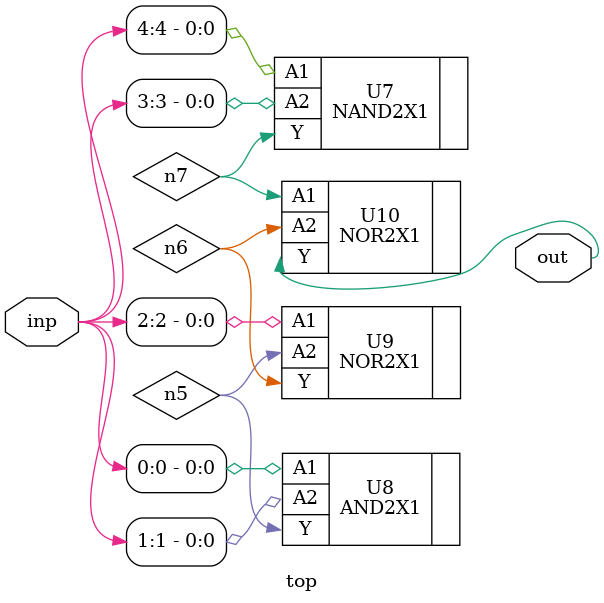
<source format=sv>


module top ( inp, out );
  input [4:0] inp;
  output out;
  wire   n5, n6, n7;

  NAND2X1 U7 ( .A1(inp[4]), .A2(inp[3]), .Y(n7) );
  AND2X1 U8 ( .A1(inp[0]), .A2(inp[1]), .Y(n5) );
  NOR2X1 U9 ( .A1(inp[2]), .A2(n5), .Y(n6) );
  NOR2X1 U10 ( .A1(n7), .A2(n6), .Y(out) );
endmodule


</source>
